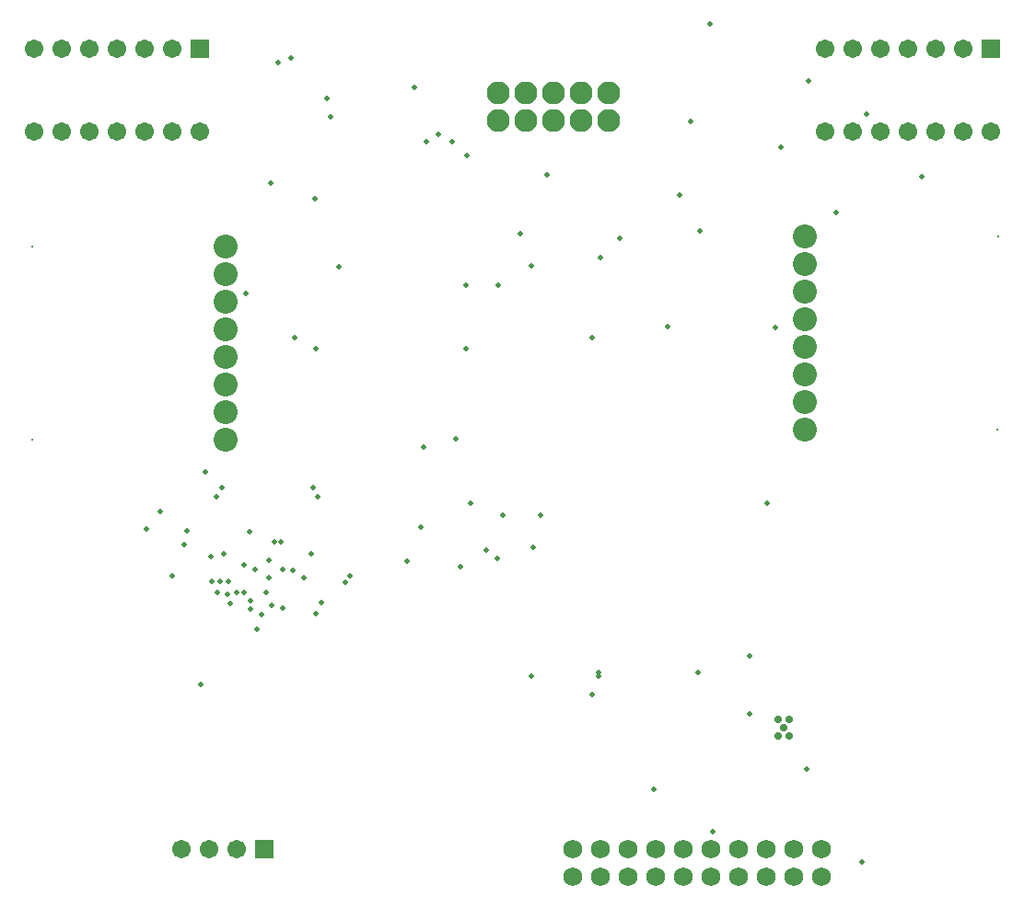
<source format=gbr>
%TF.GenerationSoftware,Altium Limited,Altium Designer,24.1.2 (44)*%
G04 Layer_Color=16711935*
%FSLAX45Y45*%
%MOMM*%
%TF.SameCoordinates,E01E6690-4C2E-4FB1-AE08-5A5A66155338*%
%TF.FilePolarity,Negative*%
%TF.FileFunction,Soldermask,Bot*%
%TF.Part,Single*%
G01*
G75*
%TA.AperFunction,ViaPad*%
%ADD48C,0.50000*%
%TA.AperFunction,ComponentPad*%
%ADD67C,1.72720*%
%ADD68C,1.70320*%
%ADD69R,1.70320X1.70320*%
%ADD70C,0.20320*%
%ADD71C,2.20320*%
%ADD72C,2.10320*%
%ADD73R,1.70320X1.70320*%
%TA.AperFunction,ViaPad*%
%ADD74C,0.50320*%
%ADD75C,0.70320*%
D48*
X7469911Y6160699D02*
D03*
X7214916D02*
D03*
X7342414Y6238199D02*
D03*
Y6083198D02*
D03*
D67*
X10134590Y3581390D02*
D03*
X10388600Y3581400D02*
D03*
X10642600D02*
D03*
X10896600D02*
D03*
X11150600D02*
D03*
X11404600D02*
D03*
X11658590Y3581390D02*
D03*
X11912600Y3581400D02*
D03*
X12166600D02*
D03*
X12420600D02*
D03*
Y3327400D02*
D03*
X12166590Y3327390D02*
D03*
X11912600Y3327400D02*
D03*
X11658600D02*
D03*
X11404600D02*
D03*
X11150600D02*
D03*
X10896600D02*
D03*
X10642600D02*
D03*
X10388600D02*
D03*
X10134600D02*
D03*
D68*
X6540500Y3581400D02*
D03*
X6794500D02*
D03*
X7048500D02*
D03*
X12458700Y10185400D02*
D03*
X12712700D02*
D03*
X12966701D02*
D03*
X13220700D02*
D03*
X13474699D02*
D03*
X13728700D02*
D03*
X13982700D02*
D03*
X12458700Y10947400D02*
D03*
X12712700D02*
D03*
X12966701D02*
D03*
X13220700D02*
D03*
X13474699D02*
D03*
X13728700D02*
D03*
X5181600Y10185400D02*
D03*
X5435600D02*
D03*
X5689600D02*
D03*
X5943600D02*
D03*
X6197600D02*
D03*
X6451600D02*
D03*
X6705600D02*
D03*
X5181600Y10947400D02*
D03*
X5435600D02*
D03*
X5689600D02*
D03*
X5943600D02*
D03*
X6197600D02*
D03*
X6451600D02*
D03*
D69*
X7302500Y3581400D02*
D03*
D70*
X5168900Y7353300D02*
D03*
X5169809Y9129212D02*
D03*
X14046201Y9220200D02*
D03*
X14045291Y7444288D02*
D03*
D71*
X6946900Y9131300D02*
D03*
Y8877300D02*
D03*
Y8623300D02*
D03*
Y8369300D02*
D03*
Y8115300D02*
D03*
Y7861300D02*
D03*
Y7607300D02*
D03*
Y7353300D02*
D03*
X12268200Y7442200D02*
D03*
Y7696200D02*
D03*
Y7950200D02*
D03*
Y8204200D02*
D03*
Y8458200D02*
D03*
Y8712200D02*
D03*
Y8966200D02*
D03*
Y9220200D02*
D03*
D72*
X10464800Y10541000D02*
D03*
X10210800D02*
D03*
X9956800D02*
D03*
X9702800D02*
D03*
X9448800D02*
D03*
Y10287000D02*
D03*
X9702800D02*
D03*
X9956800D02*
D03*
X10210810Y10287010D02*
D03*
X10464800Y10287000D02*
D03*
D73*
X13982700Y10947400D02*
D03*
X6705600D02*
D03*
D74*
X7772400Y5753100D02*
D03*
X7734300Y6299200D02*
D03*
X7453581Y6413500D02*
D03*
X7391400D02*
D03*
X8092120Y6098540D02*
D03*
X6984647Y5841647D02*
D03*
X7175500Y5791200D02*
D03*
X7276358Y5743046D02*
D03*
X7321095Y5948029D02*
D03*
X7366662Y5831656D02*
D03*
X7467600Y5803900D02*
D03*
X6972300Y6050600D02*
D03*
X6819900D02*
D03*
X6896100D02*
D03*
X6451600Y6096000D02*
D03*
X6959600Y5930900D02*
D03*
X7175500Y5867400D02*
D03*
X7119620Y5946140D02*
D03*
X7048500Y5943600D02*
D03*
X6870700D02*
D03*
X7167413Y6504300D02*
D03*
X6565900Y6388100D02*
D03*
X6807200Y6273800D02*
D03*
X6218240Y6527800D02*
D03*
X6928721Y6299199D02*
D03*
X7112000Y6198870D02*
D03*
X7823200Y5854700D02*
D03*
X9456420Y8773160D02*
D03*
X10395702Y9029182D02*
D03*
X6761952Y7051512D02*
D03*
X8763000Y7284400D02*
D03*
X8614542Y6230620D02*
D03*
X8046720Y6035040D02*
D03*
X9195704Y6764020D02*
D03*
X8740140Y6548120D02*
D03*
X7548880Y10866120D02*
D03*
X7564120Y6149340D02*
D03*
X7791856Y6822440D02*
D03*
X6861653D02*
D03*
X6908800Y6913880D02*
D03*
X7749540D02*
D03*
X9032474Y10096500D02*
D03*
X7430882Y10821782D02*
D03*
X11400902Y11176000D02*
D03*
X10375900Y5207000D02*
D03*
X9339580Y6337300D02*
D03*
X7236460Y5604510D02*
D03*
X7665720Y6080760D02*
D03*
X9445701Y6257442D02*
D03*
X9103360Y6179820D02*
D03*
X10375900Y5171440D02*
D03*
X9756140D02*
D03*
X6591300Y6515100D02*
D03*
X9062720Y7360920D02*
D03*
X9756140Y8948420D02*
D03*
X12839700Y10350500D02*
D03*
X9154160Y8773160D02*
D03*
X13350240Y9773920D02*
D03*
X10571480Y9204960D02*
D03*
X9773920Y6357620D02*
D03*
X6344920Y6687972D02*
D03*
X7881417Y10495077D02*
D03*
X6718300Y5100320D02*
D03*
X11310620Y9271000D02*
D03*
X8796020Y10096500D02*
D03*
X12288520Y4323080D02*
D03*
X12560300Y9442450D02*
D03*
X7129780Y8699500D02*
D03*
X11007090Y8394700D02*
D03*
X7990840Y8940800D02*
D03*
X12001500Y8380730D02*
D03*
X12796520Y3467100D02*
D03*
X8905240Y10165080D02*
D03*
X9495704Y6657340D02*
D03*
X9841230D02*
D03*
X11291570Y5207000D02*
D03*
X11219180Y10276840D02*
D03*
X11122660Y9606280D02*
D03*
X12052300Y10043160D02*
D03*
X10883900Y4137660D02*
D03*
X11922760Y6766560D02*
D03*
X10314940Y5006340D02*
D03*
X12303760Y10655300D02*
D03*
X9654540Y9245600D02*
D03*
X9898380Y9786620D02*
D03*
X8679180Y10591800D02*
D03*
X9167815Y9969500D02*
D03*
X7771201Y9573260D02*
D03*
X7358380Y9712960D02*
D03*
X7912618Y10319502D02*
D03*
X11422380Y3746500D02*
D03*
X7581900Y8293100D02*
D03*
X10317480D02*
D03*
X11762740Y5360599D02*
D03*
Y4824730D02*
D03*
X7777099Y8191500D02*
D03*
X9156700D02*
D03*
D75*
X12077700Y4699000D02*
D03*
X12027703Y4623999D02*
D03*
X12127702D02*
D03*
Y4774001D02*
D03*
X12027703D02*
D03*
%TF.MD5,978e8f29faedeb5055a70e198fd28413*%
M02*

</source>
